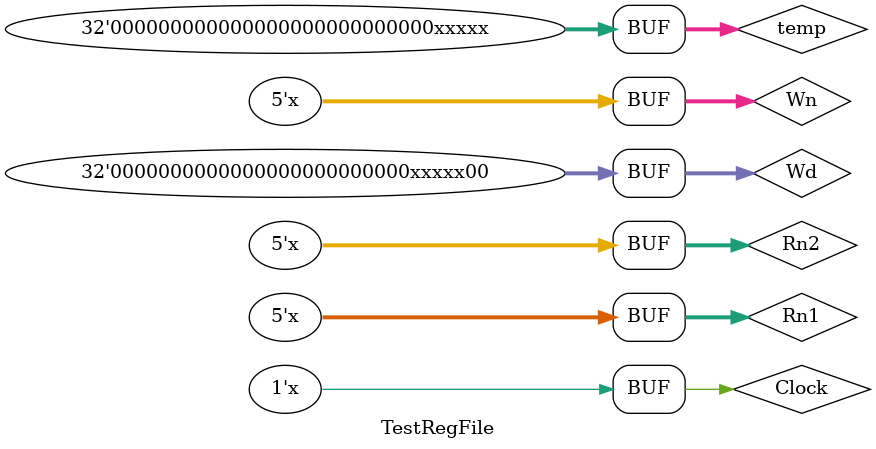
<source format=v>
`timescale 1ns / 1ps


module TestRegFile;

	// Inputs
	reg [4:0] Rn1;
	reg [4:0] Rn2;
	reg [4:0] Wn;
	reg Write;
	reg Clock;
	reg [31:0] Wd;

	// Outputs
	wire [31:0] Out1;
	wire [31:0] Out2;

	// Instantiate the Unit Under Test (UUT)
	RegFile uut (
		.Rn1(Rn1), 
		.Rn2(Rn2), 
		.Wn(Wn), 
		.Write(Write), 
		.Clock(Clock), 
		.Wd(Wd), 
		.Out1(Out1), 
		.Out2(Out2)
	);
	
	reg [31:0] temp;
	initial begin
		// Initialize Inputs
		Rn1 = 0;
		Rn2 = 1;
		Wn = 1;
		Write = 1;
		Clock = 1;
		Wd = 0;
		temp = 0;

		// Wait 100 ns for global reset to finish
	end
	
	always begin
		#100;
		Clock = ~Clock;
		Write = Clock == 1? 1: 0;
	end	
	
	always begin
		#400;
		//ÒªÐ´ÈëµÄ¼Ä´æÆ÷±àºÅ£¬Ã¿¸ô100ÄÉÃë£¬ÒªÐ´ÈëµÄÄ¿±ê¼Ä´æÆ÷±àºÅ¼Ó1
		Wn = Wn + 1;
		//ÕâÀï½«Ð´ÈëµÄWdÈ¡ÖµÎª4±¶µÄWnµÄÖµ
		//ÉùÃ÷Ò»¸öTempÁÙÊ±±äÁ¿ÓÃÓÚÎ»À©Õ¹
		temp = {28'h0, Wn};
		Wd = {temp[29:0], 2'b00};
		
		//Êä³ö¶Ë¿ÚA,BÖ¸¶¨µÄÄ¿±ê¼Ä´æÆ÷µÄ±àºÅ+1
		Rn1 = Rn1 + 1;
		Rn2 = Rn2 + 1; 
 	end
endmodule


</source>
